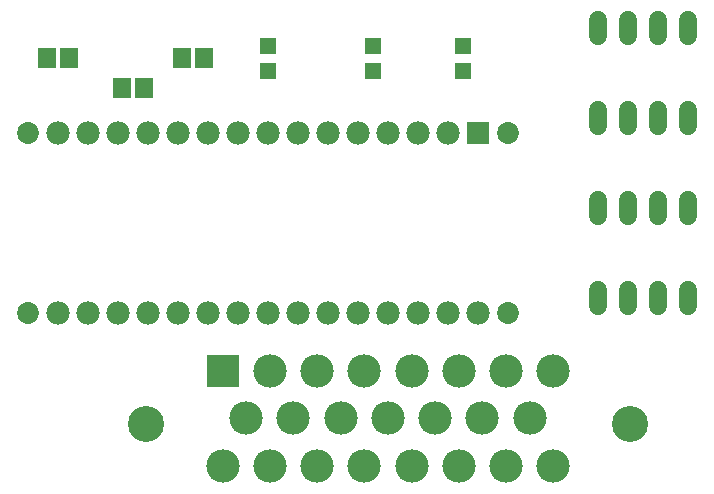
<source format=gbr>
G04 EAGLE Gerber X2 export*
%TF.Part,Single*%
%TF.FileFunction,Soldermask,Top,1*%
%TF.FilePolarity,Negative*%
%TF.GenerationSoftware,Autodesk,EAGLE,9.1.3*%
%TF.CreationDate,2020-03-18T03:06:25Z*%
G75*
%MOMM*%
%FSLAX34Y34*%
%LPD*%
%AMOC8*
5,1,8,0,0,1.08239X$1,22.5*%
G01*
%ADD10C,1.524000*%
%ADD11C,3.053200*%
%ADD12R,2.828200X2.828200*%
%ADD13C,2.828200*%
%ADD14R,1.981200X1.981200*%
%ADD15C,1.981200*%
%ADD16C,1.854200*%
%ADD17R,1.403200X1.403200*%
%ADD18R,1.503200X1.703200*%


D10*
X495300Y221996D02*
X495300Y235204D01*
X520700Y235204D02*
X520700Y221996D01*
X571500Y298196D02*
X571500Y311404D01*
X546100Y311404D02*
X546100Y298196D01*
X546100Y235204D02*
X546100Y221996D01*
X571500Y221996D02*
X571500Y235204D01*
X520700Y298196D02*
X520700Y311404D01*
X495300Y311404D02*
X495300Y298196D01*
X495300Y374396D02*
X495300Y387604D01*
X520700Y387604D02*
X520700Y374396D01*
X571500Y450596D02*
X571500Y463804D01*
X546100Y463804D02*
X546100Y450596D01*
X546100Y387604D02*
X546100Y374396D01*
X571500Y374396D02*
X571500Y387604D01*
X520700Y450596D02*
X520700Y463804D01*
X495300Y463804D02*
X495300Y450596D01*
D11*
X112500Y122000D03*
D12*
X177500Y167000D03*
D13*
X217500Y167000D03*
X257500Y167000D03*
X297500Y167000D03*
X337500Y167000D03*
X377500Y167000D03*
X417500Y167000D03*
X457500Y167000D03*
X197500Y127000D03*
X237500Y127000D03*
X277500Y127000D03*
X317500Y127000D03*
X357500Y127000D03*
X397500Y127000D03*
X437500Y127000D03*
X177500Y87000D03*
X217500Y87000D03*
X257500Y87000D03*
X297500Y87000D03*
X337500Y87000D03*
X377500Y87000D03*
X417500Y87000D03*
X457500Y87000D03*
D11*
X522500Y122000D03*
D14*
X393700Y368300D03*
D15*
X368300Y368300D03*
X342900Y368300D03*
X317500Y368300D03*
X292100Y368300D03*
X266700Y368300D03*
X241300Y368300D03*
X215900Y368300D03*
X190500Y368300D03*
X165100Y368300D03*
X139700Y368300D03*
X114300Y368300D03*
X88900Y368300D03*
X63500Y368300D03*
X38100Y368300D03*
X393700Y215900D03*
X368300Y215900D03*
X342900Y215900D03*
X317500Y215900D03*
X292100Y215900D03*
X266700Y215900D03*
X241300Y215900D03*
X215900Y215900D03*
X190500Y215900D03*
X165100Y215900D03*
X139700Y215900D03*
X114300Y215900D03*
X88900Y215900D03*
X63500Y215900D03*
X38100Y215900D03*
D16*
X12700Y368300D03*
X12700Y215900D03*
X419100Y215900D03*
X419100Y368300D03*
D17*
X381000Y442300D03*
X381000Y421300D03*
X304800Y442300D03*
X304800Y421300D03*
X215900Y442300D03*
X215900Y421300D03*
D18*
X142900Y431800D03*
X161900Y431800D03*
X28600Y431800D03*
X47600Y431800D03*
X92100Y406400D03*
X111100Y406400D03*
M02*

</source>
